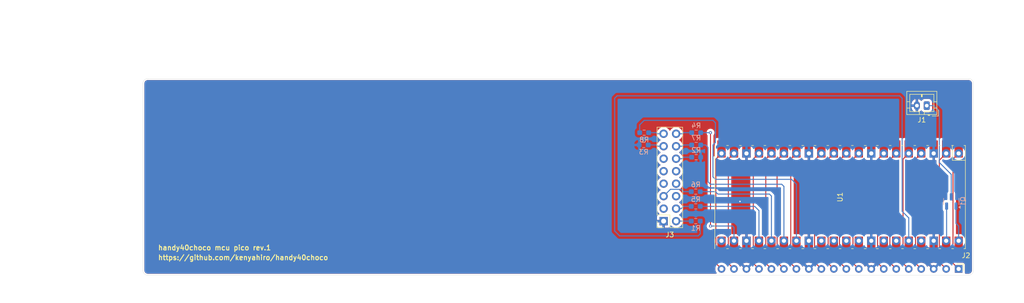
<source format=kicad_pcb>
(kicad_pcb (version 20241229) (generator "pcbnew") (generator_version "9.0")
  (layers (0 "F.Cu" signal) (2 "B.Cu" signal) (13 "F.Paste" user) (15 "B.Paste" user) (5 "F.SilkS" user "F.Silkscreen") (7 "B.SilkS" user "B.Silkscreen") (1 "F.Mask" user) (3 "B.Mask" user) (25 "Edge.Cuts" user))
  (net 0 "")
  (net 1 "/COL10")
  (net 2 "/COL11")
  (net 3 "Net-(J3-Pin_2)")
  (net 8 "/R_W")
  (net 10 "/SDO")
  (net 12 "/D_C")
  (net 13 "/CS_N")
  (net 14 "/SCK")
  (net 15 "/E_RD")
  (net 19 "GND")
  (net 20 "/ROW0")
  (net 21 "/ROW1")
  (net 22 "/ROW2")
  (net 23 "/ROW3")
  (net 24 "/VBAT")
  (net 25 "+3.3V")
  (net 28 "Net-(Q1-S)")
  (net 37 "Net-(Q1-G)")
  (net 38 "/COL0")
  (net 39 "/COL1")
  (net 40 "/COL2")
  (net 41 "/COL3")
  (net 42 "/COL4")
  (net 43 "/COL5")
  (net 44 "/COL6")
  (net 45 "/COL7")
  (net 46 "/COL8")
  (net 47 "/COL9")
  (net 50 "/RES_N")
  (net 53 "Net-(U1-GPIO17)")
  (net 54 "Net-(U1-GPIO18)")
  (net 55 "Net-(U1-GPIO19)")
  (net 56 "Net-(U1-GPIO20)")
  (net 57 "Net-(U1-GPIO21)")
  (footprint "Connector_JST:JST_PH_B2B-PH-K_1x02_P2.00mm_Vertical" (layer "F.Cu") (at 228.5 55.5 180)
    (property "Reference" "J1" (at 1 -2.9 0) (layer "F.SilkS"))
    (property "Value" "Conn_01x02")
    (fp_line (start 4.06 2.91) (end 4.06 -1.81) (stroke (width 0.12)) (layer "F.SilkS"))
    (fp_line (start 4.06 0.8) (end 3.45 0.8) (stroke (width 0.12)) (layer "F.SilkS"))
    (fp_line (start 4.06 -0.5) (end 3.45 -0.5) (stroke (width 0.12)) (layer "F.SilkS"))
    (fp_line (start 4.06 -1.81) (end -2.06 -1.81) (stroke (width 0.12)) (layer "F.SilkS"))
    (fp_line (start 3.45 2.3) (end 3.45 -1.2) (stroke (width 0.12)) (layer "F.SilkS"))
    (fp_line (start 3.45 -1.2) (end 1.5 -1.2) (stroke (width 0.12)) (layer "F.SilkS"))
    (fp_line (start 1.5 -1.2) (end 1.5 -1.81) (stroke (width 0.12)) (layer "F.SilkS"))
    (fp_line (start 1.1 1.8) (end 1.1 2.3) (stroke (width 0.12)) (layer "F.SilkS"))
    (fp_line (start 1 2.3) (end 1 1.8) (stroke (width 0.12)) (layer "F.SilkS"))
    (fp_line (start 0.9 2.3) (end 0.9 1.8) (stroke (width 0.12)) (layer "F.SilkS"))
    (fp_line (start 0.9 1.8) (end 1.1 1.8) (stroke (width 0.12)) (layer "F.SilkS"))
    (fp_line (start 0.5 -1.2) (end -1.45 -1.2) (stroke (width 0.12)) (layer "F.SilkS"))
    (fp_line (start 0.5 -1.81) (end 0.5 -1.2) (stroke (width 0.12)) (layer "F.SilkS"))
    (fp_line (start -0.3 -1.81) (end -0.3 -2.01) (stroke (width 0.12)) (layer "F.SilkS"))
    (fp_line (start -0.3 -1.91) (end -0.6 -1.91) (stroke (width 0.12)) (layer "F.SilkS"))
    (fp_line (start -0.3 -2.01) (end -0.6 -2.01) (stroke (width 0.12)) (layer "F.SilkS"))
    (fp_line (start -0.6 -2.01) (end -0.6 -1.81) (stroke (width 0.12)) (layer "F.SilkS"))
    (fp_line (start -1.11 -2.11) (end -2.36 -2.11) (stroke (width 0.12)) (layer "F.SilkS"))
    (fp_line (start -1.45 2.3) (end 3.45 2.3) (stroke (width 0.12)) (layer "F.SilkS"))
    (fp_line (start -1.45 -1.2) (end -1.45 2.3) (stroke (width 0.12)) (layer "F.SilkS"))
    (fp_line (start -2.06 2.91) (end 4.06 2.91) (stroke (width 0.12)) (layer "F.SilkS"))
    (fp_line (start -2.06 0.8) (end -1.45 0.8) (stroke (width 0.12)) (layer "F.SilkS"))
    (fp_line (start -2.06 -0.5) (end -1.45 -0.5) (stroke (width 0.12)) (layer "F.SilkS"))
    (fp_line (start -2.06 -1.81) (end -2.06 2.91) (stroke (width 0.12)) (layer "F.SilkS"))
    (fp_line (start -2.36 -2.11) (end -2.36 -0.86) (stroke (width 0.12)) (layer "F.SilkS"))
    (pad "1" thru_hole roundrect (at 0 0 180) (size 1.2 1.75) (drill 0.75) (layers "*.Cu" "*.Mask") (roundrect_rratio 0.208333) (net 24 "/VBAT"))
    (pad "2" thru_hole oval (at 2 0 180) (size 1.2 1.75) (drill 0.75) (layers "*.Cu" "*.Mask") (net 19 "GND"))
  )
  (footprint "my_pico:oled_PinSocket_2x08_P2.54mm_Vertical" (layer "F.Cu") (at 174.96 79 180)
    (property "Reference" "J3" (at -1.27 -2.77 0) (layer "F.SilkS"))
    (property "Value" "Conn_02x08_Odd_Even")
    (fp_line (start 1.33 1.27) (end 1.33 19.11) (stroke (width 0.12)) (layer "F.SilkS"))
    (fp_line (start 1.33 -1.33) (end 1.33 0) (stroke (width 0.12)) (layer "F.SilkS"))
    (fp_line (start 0 -1.33) (end 1.33 -1.33) (stroke (width 0.12)) (layer "F.SilkS"))
    (fp_line (start -1.27 1.27) (end 1.33 1.27) (stroke (width 0.12)) (layer "F.SilkS"))
    (fp_line (start -1.27 -1.33) (end -1.27 1.27) (stroke (width 0.12)) (layer "F.SilkS"))
    (fp_line (start -3.87 19.11) (end 1.33 19.11) (stroke (width 0.12)) (layer "F.SilkS"))
    (fp_line (start -3.87 -1.33) (end -1.27 -1.33) (stroke (width 0.12)) (layer "F.SilkS"))
    (fp_line (start -3.87 -1.33) (end -3.87 19.11) (stroke (width 0.12)) (layer "F.SilkS"))
    (pad "1" thru_hole rect (at 0 0 180) (size 1.7 1.7) (drill 1) (layers "*.Cu" "*.Mask") (net 19 "GND"))
    (pad "2" thru_hole oval (at -2.54 0 180) (size 1.7 1.7) (drill 1) (layers "*.Cu" "*.Mask") (net 3 "Net-(J3-Pin_2)"))
    (pad "3" thru_hole oval (at 0 2.54 180) (size 1.7 1.7) (drill 1) (layers "*.Cu" "*.Mask"))
    (pad "4" thru_hole oval (at -2.54 2.54 180) (size 1.7 1.7) (drill 1) (layers "*.Cu" "*.Mask") (net 14 "/SCK"))
    (pad "5" thru_hole oval (at 0 5.08 180) (size 1.7 1.7) (drill 1) (layers "*.Cu" "*.Mask") (net 10 "/SDO"))
    (pad "6" thru_hole oval (at -2.54 5.08 180) (size 1.7 1.7) (drill 1) (layers "*.Cu" "*.Mask"))
    (pad "7" thru_hole oval (at 0 7.62 180) (size 1.7 1.7) (drill 1) (layers "*.Cu" "*.Mask"))
    (pad "8" thru_hole oval (at -2.54 7.62 180) (size 1.7 1.7) (drill 1) (layers "*.Cu" "*.Mask"))
    (pad "9" thru_hole oval (at 0 10.16 180) (size 1.7 1.7) (drill 1) (layers "*.Cu" "*.Mask"))
    (pad "10" thru_hole oval (at -2.54 10.16 180) (size 1.7 1.7) (drill 1) (layers "*.Cu" "*.Mask"))
    (pad "11" thru_hole oval (at 0 12.7 180) (size 1.7 1.7) (drill 1) (layers "*.Cu" "*.Mask"))
    (pad "12" thru_hole oval (at -2.54 12.7 180) (size 1.7 1.7) (drill 1) (layers "*.Cu" "*.Mask") (net 15 "/E_RD"))
    (pad "13" thru_hole oval (at 0 15.24 180) (size 1.7 1.7) (drill 1) (layers "*.Cu" "*.Mask") (net 8 "/R_W"))
    (pad "14" thru_hole oval (at -2.54 15.24 180) (size 1.7 1.7) (drill 1) (layers "*.Cu" "*.Mask") (net 12 "/D_C"))
    (pad "15" thru_hole oval (at 0 17.78 180) (size 1.7 1.7) (drill 1) (layers "*.Cu" "*.Mask") (net 50 "/RES_N"))
    (pad "16" thru_hole oval (at -2.54 17.78 180) (size 1.7 1.7) (drill 1) (layers "*.Cu" "*.Mask") (net 13 "/CS_N"))
  )
  (footprint "my_keyswitch:my_PinHeader_1x20_P2.54mm_Vertical_p0.85" (layer "F.Cu") (at 235 88.73 -90)
    (property "Reference" "J2" (at -2.73 -1.5 180) (layer "F.SilkS"))
    (property "Value" "Conn_01x20")
    (fp_line (start -1 0.38) (end -1 -1) (stroke (width 0.12)) (layer "F.SilkS"))
    (fp_line (start -1 -1) (end 0.38 -1) (stroke (width 0.12)) (layer "F.SilkS"))
    (pad "1" thru_hole rect (at 0 0 270) (size 1.55 1.55) (drill 0.85) (layers "*.Cu" "*.Mask") (net 23 "/ROW3"))
    (pad "2" thru_hole circle (at 0 2.54 270) (size 1.55 1.55) (drill 0.85) (layers "*.Cu" "*.Mask") (net 22 "/ROW2"))
    (pad "3" thru_hole circle (at 0 5.08 270) (size 1.55 1.55) (drill 0.85) (layers "*.Cu" "*.Mask") (net 19 "GND"))
    (pad "4" thru_hole circle (at 0 7.62 270) (size 1.55 1.55) (drill 0.85) (layers "*.Cu" "*.Mask") (net 21 "/ROW1"))
    (pad "5" thru_hole circle (at 0 10.16 270) (size 1.55 1.55) (drill 0.85) (layers "*.Cu" "*.Mask") (net 20 "/ROW0"))
    (pad "6" thru_hole circle (at 0 12.7 270) (size 1.55 1.55) (drill 0.85) (layers "*.Cu" "*.Mask") (net 2 "/COL11"))
    (pad "7" thru_hole circle (at 0 15.24 270) (size 1.55 1.55) (drill 0.85) (layers "*.Cu" "*.Mask") (net 1 "/COL10"))
    (pad "8" thru_hole circle (at 0 17.78 270) (size 1.55 1.55) (drill 0.85) (layers "*.Cu" "*.Mask") (net 19 "GND"))
    (pad "9" thru_hole circle (at 0 20.32 270) (size 1.55 1.55) (drill 0.85) (layers "*.Cu" "*.Mask") (net 47 "/COL9"))
    (pad "10" thru_hole circle (at 0 22.86 270) (size 1.55 1.55) (drill 0.85) (layers "*.Cu" "*.Mask") (net 46 "/COL8"))
    (pad "11" thru_hole circle (at 0 25.4 270) (size 1.55 1.55) (drill 0.85) (layers "*.Cu" "*.Mask") (net 45 "/COL7"))
    (pad "12" thru_hole circle (at 0 27.94 270) (size 1.55 1.55) (drill 0.85) (layers "*.Cu" "*.Mask") (net 44 "/COL6"))
    (pad "13" thru_hole circle (at 0 30.48 270) (size 1.55 1.55) (drill 0.85) (layers "*.Cu" "*.Mask") (net 19 "GND"))
    (pad "14" thru_hole circle (at 0 33.02 270) (size 1.55 1.55) (drill 0.85) (layers "*.Cu" "*.Mask") (net 43 "/COL5"))
    (pad "15" thru_hole circle (at 0 35.56 270) (size 1.55 1.55) (drill 0.85) (layers "*.Cu" "*.Mask") (net 42 "/COL4"))
    (pad "16" thru_hole circle (at 0 38.1 270) (size 1.55 1.55) (drill 0.85) (layers "*.Cu" "*.Mask") (net 41 "/COL3"))
    (pad "17" thru_hole circle (at 0 40.64 270) (size 1.55 1.55) (drill 0.85) (layers "*.Cu" "*.Mask") (net 40 "/COL2"))
    (pad "18" thru_hole circle (at 0 43.18 270) (size 1.55 1.55) (drill 0.85) (layers "*.Cu" "*.Mask") (net 19 "GND"))
    (pad "19" thru_hole circle (at 0 45.72 270) (size 1.55 1.55) (drill 0.85) (layers "*.Cu" "*.Mask") (net 39 "/COL1"))
    (pad "20" thru_hole circle (at 0 48.26 270) (size 1.55 1.55) (drill 0.85) (layers "*.Cu" "*.Mask") (net 38 "/COL0"))
  )
  (footprint "my_pico:pico_no_dbg_smd_th_p0.85" (layer "F.Cu") (at 210.87 74.11 -90)
    (property "Reference" "U1" (at 0 0 90) (layer "F.SilkS"))
    (property "Value" "Pico")
    (fp_line (start 3.7 25.5) (end -10.5 25.5) (stroke (width 0.12)) (layer "F.SilkS"))
    (fp_line (start 10.5 25.5) (end 3.7 25.5) (stroke (width 0.12)) (layer "F.SilkS"))
    (fp_line (start -10.5 22.7) (end -10.5 23.1) (stroke (width 0.12)) (layer "F.SilkS"))
    (fp_line (start 10.5 22.7) (end 10.5 23.1) (stroke (width 0.12)) (layer "F.SilkS"))
    (fp_line (start -10.5 20.1) (end -10.5 20.5) (stroke (width 0.12)) (layer "F.SilkS"))
    (fp_line (start 10.5 20.1) (end 10.5 20.5) (stroke (width 0.12)) (layer "F.SilkS"))
    (fp_line (start -10.5 17.6) (end -10.5 18) (stroke (width 0.12)) (layer "F.SilkS"))
    (fp_line (start 10.5 17.6) (end 10.5 18) (stroke (width 0.12)) (layer "F.SilkS"))
    (fp_line (start -10.5 15.1) (end -10.5 15.5) (stroke (width 0.12)) (layer "F.SilkS"))
    (fp_line (start 10.5 15.1) (end 10.5 15.5) (stroke (width 0.12)) (layer "F.SilkS"))
    (fp_line (start -10.5 12.5) (end -10.5 12.9) (stroke (width 0.12)) (layer "F.SilkS"))
    (fp_line (start 10.5 12.5) (end 10.5 12.9) (stroke (width 0.12)) (layer "F.SilkS"))
    (fp_line (start -10.5 10) (end -10.5 10.4) (stroke (width 0.12)) (layer "F.SilkS"))
    (fp_line (start 10.5 10) (end 10.5 10.4) (stroke (width 0.12)) (layer "F.SilkS"))
    (fp_line (start -10.5 7.4) (end -10.5 7.8) (stroke (width 0.12)) (layer "F.SilkS"))
    (fp_line (start 10.5 7.4) (end 10.5 7.8) (stroke (width 0.12)) (layer "F.SilkS"))
    (fp_line (start -10.5 4.9) (end -10.5 5.3) (stroke (width 0.12)) (layer "F.SilkS"))
    (fp_line (start 10.5 4.9) (end 10.5 5.3) (stroke (width 0.12)) (layer "F.SilkS"))
    (fp_line (start -10.5 2.3) (end -10.5 2.7) (stroke (width 0.12)) (layer "F.SilkS"))
    (fp_line (start 10.5 2.3) (end 10.5 2.7) (stroke (width 0.12)) (layer "F.SilkS"))
    (fp_line (start -10.5 -0.2) (end -10.5 0.2) (stroke (width 0.12)) (layer "F.SilkS"))
    (fp_line (start 10.5 -0.2) (end 10.5 0.2) (stroke (width 0.12)) (layer "F.SilkS"))
    (fp_line (start -10.5 -2.7) (end -10.5 -2.3) (stroke (width 0.12)) (layer "F.SilkS"))
    (fp_line (start 10.5 -2.7) (end 10.5 -2.3) (stroke (width 0.12)) (layer "F.SilkS"))
    (fp_line (start -10.5 -5.3) (end -10.5 -4.9) (stroke (width 0.12)) (layer "F.SilkS"))
    (fp_line (start 10.5 -5.3) (end 10.5 -4.9) (stroke (width 0.12)) (layer "F.SilkS"))
    (fp_line (start -10.5 -7.8) (end -10.5 -7.4) (stroke (width 0.12)) (layer "F.SilkS"))
    (fp_line (start 10.5 -7.8) (end 10.5 -7.4) (stroke (width 0.12)) (layer "F.SilkS"))
    (fp_line (start -10.5 -10.4) (end -10.5 -10) (stroke (width 0.12)) (layer "F.SilkS"))
    (fp_line (start 10.5 -10.4) (end 10.5 -10) (stroke (width 0.12)) (layer "F.SilkS"))
    (fp_line (start -10.5 -12.9) (end -10.5 -12.5) (stroke (width 0.12)) (layer "F.SilkS"))
    (fp_line (start 10.5 -12.9) (end 10.5 -12.5) (stroke (width 0.12)) (layer "F.SilkS"))
    (fp_line (start -10.5 -15.4) (end -10.5 -15) (stroke (width 0.12)) (layer "F.SilkS"))
    (fp_line (start 10.5 -15.4) (end 10.5 -15) (stroke (width 0.12)) (layer "F.SilkS"))
    (fp_line (start -10.5 -18) (end -10.5 -17.6) (stroke (width 0.12)) (layer "F.SilkS"))
    (fp_line (start 10.5 -18) (end 10.5 -17.6) (stroke (width 0.12)) (layer "F.SilkS"))
    (fp_line (start -10.5 -20.5) (end -10.5 -20.1) (stroke (width 0.12)) (layer "F.SilkS"))
    (fp_line (start 10.5 -20.5) (end 10.5 -20.1) (stroke (width 0.12)) (layer "F.SilkS"))
    (fp_line (start -10.5 -22.833) (end -7.493 -22.833) (stroke (width 0.12)) (layer "F.SilkS"))
    (fp_line (start -7.493 -22.833) (end -7.493 -25.5) (stroke (width 0.12)) (layer "F.SilkS"))
    (fp_line (start -10.5 -23.1) (end -10.5 -22.7) (stroke (width 0.12)) (layer "F.SilkS"))
    (fp_line (start 10.5 -23.1) (end 10.5 -22.7) (stroke (width 0.12)) (layer "F.SilkS"))
    (fp_line (start -10.5 -25.5) (end -10.5 -25.2) (stroke (width 0.12)) (layer "F.SilkS"))
    (fp_line (start -10.5 -25.5) (end 10.5 -25.5) (stroke (width 0.12)) (layer "F.SilkS"))
    (fp_line (start 10.5 -25.5) (end 10.5 -25.2) (stroke (width 0.12)) (layer "F.SilkS"))
    (pad "1" thru_hole oval (at -8.89 -24.13 270) (size 1.7 1.7) (drill 0.85) (layers "*.Cu" "*.Mask") (net 23 "/ROW3"))
    (pad "1" smd rect (at -8.89 -24.13 270) (size 3.5 1.7) (drill (offset -0.9 0)) (layers "F.Cu" "F.Mask") (net 23 "/ROW3"))
    (pad "2" thru_hole oval (at -8.89 -21.59 270) (size 1.7 1.7) (drill 0.85) (layers "*.Cu" "*.Mask") (net 22 "/ROW2"))
    (pad "2" smd rect (at -8.89 -21.59 270) (size 3.5 1.7) (drill (offset -0.9 0)) (layers "F.Cu" "F.Mask") (net 22 "/ROW2"))
    (pad "3" thru_hole rect (at -8.89 -19.05 270) (size 1.7 1.7) (drill 0.85) (layers "*.Cu" "*.Mask") (net 19 "GND"))
    (pad "3" smd rect (at -8.89 -19.05 270) (size 3.5 1.7) (drill (offset -0.9 0)) (layers "F.Cu" "F.Mask") (net 19 "GND"))
    (pad "4" thru_hole oval (at -8.89 -16.51 270) (size 1.7 1.7) (drill 0.85) (layers "*.Cu" "*.Mask") (net 21 "/ROW1"))
    (pad "4" smd rect (at -8.89 -16.51 270) (size 3.5 1.7) (drill (offset -0.9 0)) (layers "F.Cu" "F.Mask") (net 21 "/ROW1"))
    (pad "5" thru_hole oval (at -8.89 -13.97 270) (size 1.7 1.7) (drill 0.85) (layers "*.Cu" "*.Mask") (net 20 "/ROW0"))
    (pad "5" smd rect (at -8.89 -13.97 270) (size 3.5 1.7) (drill (offset -0.9 0)) (layers "F.Cu" "F.Mask") (net 20 "/ROW0"))
    (pad "6" thru_hole oval (at -8.89 -11.43 270) (size 1.7 1.7) (drill 0.85) (layers "*.Cu" "*.Mask") (net 2 "/COL11"))
    (pad "6" smd rect (at -8.89 -11.43 270) (size 3.5 1.7) (drill (offset -0.9 0)) (layers "F.Cu" "F.Mask") (net 2 "/COL11"))
    (pad "7" thru_hole oval (at -8.89 -8.89 270) (size 1.7 1.7) (drill 0.85) (layers "*.Cu" "*.Mask") (net 1 "/COL10"))
    (pad "7" smd rect (at -8.89 -8.89 270) (size 3.5 1.7) (drill (offset -0.9 0)) (layers "F.Cu" "F.Mask") (net 1 "/COL10"))
    (pad "8" thru_hole rect (at -8.89 -6.35 270) (size 1.7 1.7) (drill 0.85) (layers "*.Cu" "*.Mask") (net 19 "GND"))
    (pad "8" smd rect (at -8.89 -6.35 270) (size 3.5 1.7) (drill (offset -0.9 0)) (layers "F.Cu" "F.Mask") (net 19 "GND"))
    (pad "9" thru_hole oval (at -8.89 -3.81 270) (size 1.7 1.7) (drill 0.85) (layers "*.Cu" "*.Mask") (net 47 "/COL9"))
    (pad "9" smd rect (at -8.89 -3.81 270) (size 3.5 1.7) (drill (offset -0.9 0)) (layers "F.Cu" "F.Mask") (net 47 "/COL9"))
    (pad "10" thru_hole oval (at -8.89 -1.27 270) (size 1.7 1.7) (drill 0.85) (layers "*.Cu" "*.Mask") (net 46 "/COL8"))
    (pad "10" smd rect (at -8.89 -1.27 270) (size 3.5 1.7) (drill (offset -0.9 0)) (layers "F.Cu" "F.Mask") (net 46 "/COL8"))
    (pad "11" thru_hole oval (at -8.89 1.27 270) (size 1.7 1.7) (drill 0.85) (layers "*.Cu" "*.Mask") (net 45 "/COL7"))
    (pad "11" smd rect (at -8.89 1.27 270) (size 3.5 1.7) (drill (offset -0.9 0)) (layers "F.Cu" "F.Mask") (net 45 "/COL7"))
    (pad "12" thru_hole oval (at -8.89 3.81 270) (size 1.7 1.7) (drill 0.85) (layers "*.Cu" "*.Mask") (net 44 "/COL6"))
    (pad "12" smd rect (at -8.89 3.81 270) (size 3.5 1.7) (drill (offset -0.9 0)) (layers "F.Cu" "F.Mask") (net 44 "/COL6"))
    (pad "13" thru_hole rect (at -8.89 6.35 270) (size 1.7 1.7) (drill 0.85) (layers "*.Cu" "*.Mask") (net 19 "GND"))
    (pad "13" smd rect (at -8.89 6.35 270) (size 3.5 1.7) (drill (offset -0.9 0)) (layers "F.Cu" "F.Mask") (net 19 "GND"))
    (pad "14" thru_hole oval (at -8.89 8.89 270) (size 1.7 1.7) (drill 0.85) (layers "*.Cu" "*.Mask") (net 43 "/COL5"))
    (pad "14" smd rect (at -8.89 8.89 270) (size 3.5 1.7) (drill (offset -0.9 0)) (layers "F.Cu" "F.Mask") (net 43 "/COL5"))
    (pad "15" thru_hole oval (at -8.89 11.43 270) (size 1.7 1.7) (drill 0.85) (layers "*.Cu" "*.Mask") (net 42 "/COL4"))
    (pad "15" smd rect (at -8.89 11.43 270) (size 3.5 1.7) (drill (offset -0.9 0)) (layers "F.Cu" "F.Mask") (net 42 "/COL4"))
    (pad "16" thru_hole oval (at -8.89 13.97 270) (size 1.7 1.7) (drill 0.85) (layers "*.Cu" "*.Mask") (net 41 "/COL3"))
    (pad "16" smd rect (at -8.89 13.97 270) (size 3.5 1.7) (drill (offset -0.9 0)) (layers "F.Cu" "F.Mask") (net 41 "/COL3"))
    (pad "17" thru_hole oval (at -8.89 16.51 270) (size 1.7 1.7) (drill 0.85) (layers "*.Cu" "*.Mask") (net 40 "/COL2"))
    (pad "17" smd rect (at -8.89 16.51 270) (size 3.5 1.7) (drill (offset -0.9 0)) (layers "F.Cu" "F.Mask") (net 40 "/COL2"))
    (pad "18" thru_hole rect (at -8.89 19.05 270) (size 1.7 1.7) (drill 0.85) (layers "*.Cu" "*.Mask") (net 19 "GND"))
    (pad "18" smd rect (at -8.89 19.05 270) (size 3.5 1.7) (drill (offset -0.9 0)) (layers "F.Cu" "F.Mask") (net 19 "GND"))
    (pad "19" thru_hole oval (at -8.89 21.59 270) (size 1.7 1.7) (drill 0.85) (layers "*.Cu" "*.Mask") (net 39 "/COL1"))
    (pad "19" smd rect (at -8.89 21.59 270) (size 3.5 1.7) (drill (offset -0.9 0)) (layers "F.Cu" "F.Mask") (net 39 "/COL1"))
    (pad "20" thru_hole oval (at -8.89 24.13 270) (size 1.7 1.7) (drill 0.85) (layers "*.Cu" "*.Mask") (net 38 "/COL0"))
    (pad "20" smd rect (at -8.89 24.13 270) (size 3.5 1.7) (drill (offset -0.9 0)) (layers "F.Cu" "F.Mask") (net 38 "/COL0"))
    (pad "21" thru_hole oval (at 8.89 24.13 270) (size 1.7 1.7) (drill 0.85) (layers "*.Cu" "*.Mask"))
    (pad "21" smd rect (at 8.89 24.13 270) (size 3.5 1.7) (drill (offset 0.9 0)) (layers "F.Cu" "F.Mask"))
    (pad "22" thru_hole oval (at 8.89 21.59 270) (size 1.7 1.7) (drill 0.85) (layers "*.Cu" "*.Mask") (net 53 "Net-(U1-GPIO17)"))
    (pad "22" smd rect (at 8.89 21.59 270) (size 3.5 1.7) (drill (offset 0.9 0)) (layers "F.Cu" "F.Mask") (net 53 "Net-(U1-GPIO17)"))
    (pad "23" thru_hole rect (at 8.89 19.05 270) (size 1.7 1.7) (drill 0.85) (layers "*.Cu" "*.Mask") (net 19 "GND"))
    (pad "23" smd rect (at 8.89 19.05 270) (size 3.5 1.7) (drill (offset 0.9 0)) (layers "F.Cu" "F.Mask") (net 19 "GND"))
    (pad "24" thru_hole oval (at 8.89 16.51 270) (size 1.7 1.7) (drill 0.85) (layers "*.Cu" "*.Mask") (net 54 "Net-(U1-GPIO18)"))
    (pad "24" smd rect (at 8.89 16.51 270) (size 3.5 1.7) (drill (offset 0.9 0)) (layers "F.Cu" "F.Mask") (net 54 "Net-(U1-GPIO18)"))
    (pad "25" thru_hole oval (at 8.89 13.97 270) (size 1.7 1.7) (drill 0.85) (layers "*.Cu" "*.Mask") (net 55 "Net-(U1-GPIO19)"))
    (pad "25" smd rect (at 8.89 13.97 270) (size 3.5 1.7) (drill (offset 0.9 0)) (layers "F.Cu" "F.Mask") (net 55 "Net-(U1-GPIO19)"))
    (pad "26" thru_hole oval (at 8.89 11.43 270) (size 1.7 1.7) (drill 0.85) (layers "*.Cu" "*.Mask") (net 56 "Net-(U1-GPIO20)"))
    (pad "26" smd rect (at 8.89 11.43 270) (size 3.5 1.7) (drill (offset 0.9 0)) (layers "F.Cu" "F.Mask") (net 56 "Net-(U1-GPIO20)"))
    (pad "27" thru_hole oval (at 8.89 8.89 270) (size 1.7 1.7) (drill 0.85) (layers "*.Cu" "*.Mask") (net 57 "Net-(U1-GPIO21)"))
    (pad "27" smd rect (at 8.89 8.89 270) (size 3.5 1.7) (drill (offset 0.9 0)) (layers "F.Cu" "F.Mask") (net 57 "Net-(U1-GPIO21)"))
    (pad "28" thru_hole rect (at 8.89 6.35 270) (size 1.7 1.7) (drill 0.85) (layers "*.Cu" "*.Mask") (net 19 "GND"))
    (pad "28" smd rect (at 8.89 6.35 270) (size 3.5 1.7) (drill (offset 0.9 0)) (layers "F.Cu" "F.Mask") (net 19 "GND"))
    (pad "29" thru_hole oval (at 8.89 3.81 270) (size 1.7 1.7) (drill 0.85) (layers "*.Cu" "*.Mask"))
    (pad "29" smd rect (at 8.89 3.81 270) (size 3.5 1.7) (drill (offset 0.9 0)) (layers "F.Cu" "F.Mask"))
    (pad "30" thru_hole oval (at 8.89 1.27 270) (size 1.7 1.7) (drill 0.85) (layers "*.Cu" "*.Mask"))
    (pad "30" smd rect (at 8.89 1.27 270) (size 3.5 1.7) (drill (offset 0.9 0)) (layers "F.Cu" "F.Mask"))
    (pad "31" thru_hole oval (at 8.89 -1.27 270) (size 1.7 1.7) (drill 0.85) (layers "*.Cu" "*.Mask"))
    (pad "31" smd rect (at 8.89 -1.27 270) (size 3.5 1.7) (drill (offset 0.9 0)) (layers "F.Cu" "F.Mask"))
    (pad "32" thru_hole oval (at 8.89 -3.81 270) (size 1.7 1.7) (drill 0.85) (layers "*.Cu" "*.Mask"))
    (pad "32" smd rect (at 8.89 -3.81 270) (size 3.5 1.7) (drill (offset 0.9 0)) (layers "F.Cu" "F.Mask"))
    (pad "33" thru_hole rect (at 8.89 -6.35 270) (size 1.7 1.7) (drill 0.85) (layers "*.Cu" "*.Mask") (net 19 "GND"))
    (pad "33" smd rect (at 8.89 -6.35 270) (size 3.5 1.7) (drill (offset 0.9 0)) (layers "F.Cu" "F.Mask") (net 19 "GND"))
    (pad "34" thru_hole oval (at 8.89 -8.89 270) (size 1.7 1.7) (drill 0.85) (layers "*.Cu" "*.Mask"))
    (pad "34" smd rect (at 8.89 -8.89 270) (size 3.5 1.7) (drill (offset 0.9 0)) (layers "F.Cu" "F.Mask"))
    (pad "35" thru_hole oval (at 8.89 -11.43 270) (size 1.7 1.7) (drill 0.85) (layers "*.Cu" "*.Mask"))
    (pad "35" smd rect (at 8.89 -11.43 270) (size 3.5 1.7) (drill (offset 0.9 0)) (layers "F.Cu" "F.Mask"))
    (pad "36" thru_hole oval (at 8.89 -13.97 270) (size 1.7 1.7) (drill 0.85) (layers "*.Cu" "*.Mask") (net 25 "+3.3V"))
    (pad "36" smd rect (at 8.89 -13.97 270) (size 3.5 1.7) (drill (offset 0.9 0)) (layers "F.Cu" "F.Mask") (net 25 "+3.3V"))
    (pad "37" thru_hole oval (at 8.89 -16.51 270) (size 1.7 1.7) (drill 0.85) (layers "*.Cu" "*.Mask"))
    (pad "37" smd rect (at 8.89 -16.51 270) (size 3.5 1.7) (drill (offset 0.9 0)) (layers "F.Cu" "F.Mask"))
    (pad "38" thru_hole rect (at 8.89 -19.05 270) (size 1.7 1.7) (drill 0.85) (layers "*.Cu" "*.Mask") (net 19 "GND"))
    (pad "38" smd rect (at 8.89 -19.05 270) (size 3.5 1.7) (drill (offset 0.9 0)) (layers "F.Cu" "F.Mask") (net 19 "GND"))
    (pad "39" thru_hole oval (at 8.89 -21.59 270) (size 1.7 1.7) (drill 0.85) (layers "*.Cu" "*.Mask") (net 28 "Net-(Q1-S)"))
    (pad "39" smd rect (at 8.89 -21.59 270) (size 3.5 1.7) (drill (offset 0.9 0)) (layers "F.Cu" "F.Mask") (net 28 "Net-(Q1-S)"))
    (pad "40" thru_hole oval (at 8.89 -24.13 270) (size 1.7 1.7) (drill 0.85) (layers "*.Cu" "*.Mask") (net 37 "Net-(Q1-G)"))
    (pad "40" smd rect (at 8.89 -24.13 270) (size 3.5 1.7) (drill (offset 0.9 0)) (layers "F.Cu" "F.Mask") (net 37 "Net-(Q1-G)"))
  )
  (footprint "Package_TO_SOT_SMD:SOT-23" (layer "B.Cu") (at 233.5 75 90)
    (property "Reference" "Q1" (at 0 2.4 90) (layer "B.SilkS") (effects (justify mirror)))
    (property "Value" "DMG2301L")
    (fp_line (start 0 -1.56) (end 0.65 -1.56) (stroke (width 0.12)) (layer "B.SilkS"))
    (fp_line (start 0 -1.56) (end -0.65 -1.56) (stroke (width 0.12)) (layer "B.SilkS"))
    (fp_line (start 0 1.56) (end 0.65 1.56) (stroke (width 0.12)) (layer "B.SilkS"))
    (fp_line (start 0 1.56) (end -0.65 1.56) (stroke (width 0.12)) (layer "B.SilkS"))
    (fp_poly (pts (xy -1.1625 1.51) (xy -1.4025 1.84) (xy -0.9225 1.84)) (stroke (width 0.12)) (fill yes) (layer "B.SilkS"))
    (pad "1" smd roundrect (at -0.9375 0.95 90) (size 1.475 0.6) (layers "B.Cu" "B.Mask" "B.Paste") (net 37 "Net-(Q1-G)"))
    (pad "2" smd roundrect (at -0.9375 -0.95 90) (size 1.475 0.6) (layers "B.Cu" "B.Mask" "B.Paste") (net 28 "Net-(Q1-S)"))
    (pad "3" smd roundrect (at 0.9375 0 90) (size 1.475 0.6) (layers "B.Cu" "B.Mask" "B.Paste") (net 24 "/VBAT"))
  )
  (footprint "Resistor_SMD:R_0603_1608Metric_Pad0.98x0.95mm_HandSolder" (layer "B.Cu") (at 181.5 79)
    (property "Reference" "R1" (at 0 1.43 0) (layer "B.SilkS") (effects (justify mirror)))
    (property "Value" "0")
    (fp_line (start -0.254724 -0.5225) (end 0.254724 -0.5225) (stroke (width 0.12)) (layer "B.SilkS"))
    (fp_line (start -0.254724 0.5225) (end 0.254724 0.5225) (stroke (width 0.12)) (layer "B.SilkS"))
    (pad "1" smd roundrect (at -0.9125 0) (size 0.975 0.95) (layers "B.Cu" "B.Mask" "B.Paste") (net 3 "Net-(J3-Pin_2)"))
    (pad "2" smd roundrect (at 0.9125 0) (size 0.975 0.95) (layers "B.Cu" "B.Mask" "B.Paste") (net 25 "+3.3V"))
  )
  (footprint "Resistor_SMD:R_0603_1608Metric_Pad0.98x0.95mm_HandSolder" (layer "B.Cu") (at 170.9125 63.5)
    (property "Reference" "R3" (at 0 1.43 0) (layer "B.SilkS") (effects (justify mirror)))
    (property "Value" "1k")
    (fp_line (start -0.254724 -0.5225) (end 0.254724 -0.5225) (stroke (width 0.12)) (layer "B.SilkS"))
    (fp_line (start -0.254724 0.5225) (end 0.254724 0.5225) (stroke (width 0.12)) (layer "B.SilkS"))
    (pad "1" smd roundrect (at -0.9125 0) (size 0.975 0.95) (layers "B.Cu" "B.Mask" "B.Paste") (net 19 "GND"))
    (pad "2" smd roundrect (at 0.9125 0) (size 0.975 0.95) (layers "B.Cu" "B.Mask" "B.Paste") (net 8 "/R_W"))
  )
  (footprint "Resistor_SMD:R_0603_1608Metric_Pad0.98x0.95mm_HandSolder" (layer "B.Cu") (at 181.5 76 180)
    (property "Reference" "R5" (at 0 1.43 0) (layer "B.SilkS") (effects (justify mirror)))
    (property "Value" "22")
    (fp_line (start -0.254724 0.5225) (end 0.254724 0.5225) (stroke (width 0.12)) (layer "B.SilkS"))
    (fp_line (start -0.254724 -0.5225) (end 0.254724 -0.5225) (stroke (width 0.12)) (layer "B.SilkS"))
    (pad "1" smd roundrect (at -0.9125 0 180) (size 0.975 0.95) (layers "B.Cu" "B.Mask" "B.Paste") (net 54 "Net-(U1-GPIO18)"))
    (pad "2" smd roundrect (at 0.9125 0 180) (size 0.975 0.95) (layers "B.Cu" "B.Mask" "B.Paste") (net 14 "/SCK"))
  )
  (footprint "Resistor_SMD:R_0603_1608Metric_Pad0.98x0.95mm_HandSolder" (layer "B.Cu") (at 181.5875 63.5 180)
    (property "Reference" "R7" (at 0 1.43 0) (layer "B.SilkS") (effects (justify mirror)))
    (property "Value" "22")
    (fp_line (start -0.254724 0.5225) (end 0.254724 0.5225) (stroke (width 0.12)) (layer "B.SilkS"))
    (fp_line (start -0.254724 -0.5225) (end 0.254724 -0.5225) (stroke (width 0.12)) (layer "B.SilkS"))
    (pad "1" smd roundrect (at -0.9125 0 180) (size 0.975 0.95) (layers "B.Cu" "B.Mask" "B.Paste") (net 56 "Net-(U1-GPIO20)"))
    (pad "2" smd roundrect (at 0.9125 0 180) (size 0.975 0.95) (layers "B.Cu" "B.Mask" "B.Paste") (net 12 "/D_C"))
  )
  (footprint "Resistor_SMD:R_0603_1608Metric_Pad0.98x0.95mm_HandSolder" (layer "B.Cu") (at 181.5875 66 180)
    (property "Reference" "R2" (at 0 1.43 0) (layer "B.SilkS") (effects (justify mirror)))
    (property "Value" "1k")
    (fp_line (start -0.254724 0.5225) (end 0.254724 0.5225) (stroke (width 0.12)) (layer "B.SilkS"))
    (fp_line (start -0.254724 -0.5225) (end 0.254724 -0.5225) (stroke (width 0.12)) (layer "B.SilkS"))
    (pad "1" smd roundrect (at -0.9125 0 180) (size 0.975 0.95) (layers "B.Cu" "B.Mask" "B.Paste") (net 19 "GND"))
    (pad "2" smd roundrect (at 0.9125 0 180) (size 0.975 0.95) (layers "B.Cu" "B.Mask" "B.Paste") (net 15 "/E_RD"))
  )
  (footprint "Resistor_SMD:R_0603_1608Metric_Pad0.98x0.95mm_HandSolder" (layer "B.Cu") (at 181.5 73 180)
    (property "Reference" "R6" (at 0 1.43 0) (layer "B.SilkS") (effects (justify mirror)))
    (property "Value" "22")
    (fp_line (start -0.254724 0.5225) (end 0.254724 0.5225) (stroke (width 0.12)) (layer "B.SilkS"))
    (fp_line (start -0.254724 -0.5225) (end 0.254724 -0.5225) (stroke (width 0.12)) (layer "B.SilkS"))
    (pad "1" smd roundrect (at -0.9125 0 180) (size 0.975 0.95) (layers "B.Cu" "B.Mask" "B.Paste") (net 55 "Net-(U1-GPIO19)"))
    (pad "2" smd roundrect (at 0.9125 0 180) (size 0.975 0.95) (layers "B.Cu" "B.Mask" "B.Paste") (net 10 "/SDO"))
  )
  (footprint "Resistor_SMD:R_0603_1608Metric_Pad0.98x0.95mm_HandSolder" (layer "B.Cu") (at 171 61)
    (property "Reference" "R8" (at 0 1.43 0) (layer "B.SilkS") (effects (justify mirror)))
    (property "Value" "22")
    (fp_line (start -0.254724 -0.5225) (end 0.254724 -0.5225) (stroke (width 0.12)) (layer "B.SilkS"))
    (fp_line (start -0.254724 0.5225) (end 0.254724 0.5225) (stroke (width 0.12)) (layer "B.SilkS"))
    (pad "1" smd roundrect (at -0.9125 0) (size 0.975 0.95) (layers "B.Cu" "B.Mask" "B.Paste") (net 57 "Net-(U1-GPIO21)"))
    (pad "2" smd roundrect (at 0.9125 0) (size 0.975 0.95) (layers "B.Cu" "B.Mask" "B.Paste") (net 50 "/RES_N"))
  )
  (footprint "Resistor_SMD:R_0603_1608Metric_Pad0.98x0.95mm_HandSolder" (layer "B.Cu") (at 181.5875 61 180)
    (property "Reference" "R4" (at 0 1.43 0) (layer "B.SilkS") (effects (justify mirror)))
    (property "Value" "22")
    (fp_line (start -0.254724 0.5225) (end 0.254724 0.5225) (stroke (width 0.12)) (layer "B.SilkS"))
    (fp_line (start -0.254724 -0.5225) (end 0.254724 -0.5225) (stroke (width 0.12)) (layer "B.SilkS"))
    (pad "1" smd roundrect (at -0.9125 0 180) (size 0.975 0.95) (layers "B.Cu" "B.Mask" "B.Paste") (net 53 "Net-(U1-GPIO17)"))
    (pad "2" smd roundrect (at 0.9125 0 180) (size 0.975 0.95) (layers "B.Cu" "B.Mask" "B.Paste") (net 13 "/CS_N"))
  )
  (gr_arc (start 69 51) (mid 69.292893 50.292893) (end 70 50) (stroke (width 0.05)) (layer "Edge.Cuts"))
  (gr_arc (start 238 89) (mid 237.707107 89.707107) (end 237 90) (stroke (width 0.05)) (layer "Edge.Cuts"))
  (gr_line (start 70 50) (end 237 50) (stroke (width 0.05)) (layer "Edge.Cuts"))
  (gr_arc (start 70 90) (mid 69.292893 89.707107) (end 69 89) (stroke (width 0.05)) (layer "Edge.Cuts"))
  (gr_arc (start 237 50) (mid 237.707107 50.292893) (end 238 51) (stroke (width 0.05)) (layer "Edge.Cuts"))
  (gr_line (start 238 51) (end 238 89) (stroke (width 0.05)) (layer "Edge.Cuts"))
  (gr_line (start 70 90) (end 237 90) (stroke (width 0.05)) (layer "Edge.Cuts"))
  (gr_line (start 69 51) (end 69 89) (stroke (width 0.05)) (layer "Edge.Cuts"))
  (gr_text "https://github.com/kenyahiro/handy40choco" (at 72 87 0) (layer "F.SilkS") (effects (font (size 1 1) (thickness 0.2) (bold yes)) (justify left bottom)))
  (gr_text "handy40choco mcu pico rev.1" (at 72 85 0) (layer "F.SilkS") (effects (font (size 1 1) (thickness 0.2) (bold yes)) (justify left bottom)))
  (segment (start 218.5 87.47) (end 219.76 88.73) (width 0.2) (layer "F.Cu") (net 1))
  (segment (start 218.5 66.48) (end 218.5 87.47) (width 0.2) (layer "F.Cu") (net 1))
  (segment (start 219.76 65.22) (end 218.5 66.48) (width 0.2) (layer "F.Cu") (net 1))
  (segment (start 221 87.43) (end 222.3 88.73) (width 0.2) (layer "F.Cu") (net 2))
  (segment (start 222.3 65.22) (end 221 66.52) (width 0.2) (layer "F.Cu") (net 2))
  (segment (start 221 66.52) (end 221 87.43) (width 0.2) (layer "F.Cu") (net 2))
  (segment (start 177.5 79) (end 180.5875 79) (width 0.2) (layer "B.Cu") (net 3))
  (segment (start 173.5 63.5) (end 171.825 63.5) (width 0.2) (layer "B.Cu") (net 8))
  (segment (start 174.96 63.76) (end 173.76 63.76) (width 0.2) (layer "B.Cu") (net 8))
  (segment (start 173.76 63.76) (end 173.5 63.5) (width 0.2) (layer "B.Cu") (net 8))
  (segment (start 178.531 72.531) (end 179 73) (width 0.2) (layer "B.Cu") (net 10))
  (segment (start 174.96 73.92) (end 176.349 72.531) (width 0.2) (layer "B.Cu") (net 10))
  (segment (start 179 73) (end 180.5875 73) (width 0.2) (layer "B.Cu") (net 10))
  (segment (start 176.349 72.531) (end 178.531 72.531) (width 0.2) (layer "B.Cu") (net 10))
  (segment (start 178.74 63.76) (end 179 63.5) (width 0.2) (layer "B.Cu") (net 12))
  (segment (start 179 63.5) (end 180.675 63.5) (width 0.2) (layer "B.Cu") (net 12))
  (segment (start 177.5 63.76) (end 178.74 63.76) (width 0.2) (layer "B.Cu") (net 12))
  (segment (start 179 61) (end 180.675 61) (width 0.2) (layer "B.Cu") (net 13))
  (segment (start 178.78 61.22) (end 179 61) (width 0.2) (layer "B.Cu") (net 13))
  (segment (start 177.5 61.22) (end 178.78 61.22) (width 0.2) (layer "B.Cu") (net 13))
  (segment (start 179 76) (end 180.5875 76) (width 0.2) (layer "B.Cu") (net 14))
  (segment (start 178.54 76.46) (end 179 76) (width 0.2) (layer "B.Cu") (net 14))
  (segment (start 177.5 76.46) (end 178.54 76.46) (width 0.2) (layer "B.Cu") (net 14))
  (segment (start 179 66) (end 180.675 66) (width 0.2) (layer "B.Cu") (net 15))
  (segment (start 178.7 66.3) (end 179 66) (width 0.2) (layer "B.Cu") (net 15))
  (segment (start 177.5 66.3) (end 178.7 66.3) (width 0.2) (layer "B.Cu") (net 15))
  (via (at 190.5 75) (size 0.6) (drill 0.3) (layers "F.Cu" "B.Cu") (net 19))
  (segment (start 223.689 87.579) (end 224.84 88.73) (width 0.2) (layer "F.Cu") (net 20))
  (segment (start 223.689 66.371) (end 223.689 87.579) (width 0.2) (layer "F.Cu") (net 20))
  (segment (start 224.84 65.22) (end 223.689 66.371) (width 0.2) (layer "F.Cu") (net 20))
  (segment (start 226.229 66.371) (end 226.229 87.579) (width 0.2) (layer "F.Cu") (net 21))
  (segment (start 227.38 65.22) (end 226.229 66.371) (width 0.2) (layer "F.Cu") (net 21))
  (segment (start 226.229 87.579) (end 227.38 88.73) (width 0.2) (layer "F.Cu") (net 21))
  (segment (start 232.46 65.22) (end 231.071 66.609) (width 0.2) (layer "F.Cu") (net 22))
  (segment (start 231.071 66.609) (end 231.071 87.341) (width 0.2) (layer "F.Cu") (net 22))
  (segment (start 231.071 87.341) (end 232.46 88.73) (width 0.2) (layer "F.Cu") (net 22))
  (segment (start 235 65.22) (end 233.849 66.371) (width 0.2) (layer "F.Cu") (net 23))
  (segment (start 233.849 87.579) (end 235 88.73) (width 0.2) (layer "F.Cu") (net 23))
  (segment (start 233.849 66.371) (end 233.849 87.579) (width 0.2) (layer "F.Cu") (net 23))
  (segment (start 228.5 55.5) (end 230 55.5) (width 0.2) (layer "B.Cu") (net 24))
  (segment (start 233.5 69.5) (end 233.5 74.0625) (width 0.2) (layer "B.Cu") (net 24))
  (segment (start 231.071 67.071) (end 233.5 69.5) (width 0.2) (layer "B.Cu") (net 24))
  (segment (start 231.071 56.571) (end 231.071 67.071) (width 0.2) (layer "B.Cu") (net 24))
  (segment (start 230 55.5) (end 231.071 56.571) (width 0.2) (layer "B.Cu") (net 24))
  (segment (start 223.5 77) (end 223.5 54) (width 0.2) (layer "B.Cu") (net 25))
  (segment (start 182.4125 81.5875) (end 182.4125 79) (width 0.2) (layer "B.Cu") (net 25))
  (segment (start 223 53.5) (end 165.5 53.5) (width 0.2) (layer "B.Cu") (net 25))
  (segment (start 224.84 83) (end 224.84 78.34) (width 0.2) (layer "B.Cu") (net 25))
  (segment (start 224.84 78.34) (end 223.5 77) (width 0.2) (layer "B.Cu") (net 25))
  (segment (start 223.5 54) (end 223 53.5) (width 0.2) (layer "B.Cu") (net 25))
  (segment (start 182 82) (end 182.4125 81.5875) (width 0.2) (layer "B.Cu") (net 25))
  (segment (start 165 81) (end 166 82) (width 0.2) (layer "B.Cu") (net 25))
  (segment (start 166 82) (end 182 82) (width 0.2) (layer "B.Cu") (net 25))
  (segment (start 165 54) (end 165 81) (width 0.2) (layer "B.Cu") (net 25))
  (segment (start 165.5 53.5) (end 165 54) (width 0.2) (layer "B.Cu") (net 25))
  (segment (start 232.55 82.91) (end 232.46 83) (width 0.2) (layer "B.Cu") (net 28))
  (segment (start 232.55 75.9375) (end 232.55 82.91) (width 0.2) (layer "B.Cu") (net 28))
  (segment (start 234.45 79.45) (end 235 80) (width 0.2) (layer "B.Cu") (net 37))
  (segment (start 235 80) (end 235 83) (width 0.2) (layer "B.Cu") (net 37))
  (segment (start 234.45 75.9375) (end 234.45 79.45) (width 0.2) (layer "B.Cu") (net 37))
  (segment (start 185.589 87.579) (end 186.74 88.73) (width 0.2) (layer "F.Cu") (net 38))
  (segment (start 185.589 66.371) (end 185.589 87.579) (width 0.2) (layer "F.Cu") (net 38))
  (segment (start 186.74 65.22) (end 185.589 66.371) (width 0.2) (layer "F.Cu") (net 38))
  (segment (start 188.129 66.371) (end 188.129 87.579) (width 0.2) (layer "F.Cu") (net 39))
  (segment (start 189.28 65.22) (end 188.129 66.371) (width 0.2) (layer "F.Cu") (net 39))
  (segment (start 188.129 87.579) (end 189.28 88.73) (width 0.2) (layer "F.Cu") (net 39))
  (segment (start 193.209 87.579) (end 194.36 88.73) (width 0.2) (layer "F.Cu") (net 40))
  (segment (start 194.36 65.22) (end 193.209 66.371) (width 0.2) (layer "F.Cu") (net 40))
  (segment (start 193.209 66.371) (end 193.209 87.579) (width 0.2) (layer "F.Cu") (net 40))
  (segment (start 196.9 65.22) (end 195.749 66.371) (width 0.2) (layer "F.Cu") (net 41))
  (segment (start 195.749 66.371) (end 195.749 87.579) (width 0.2) (layer "F.Cu") (net 41))
  (segment (start 195.749 87.579) (end 196.9 88.73) (width 0.2) (layer "F.Cu") (net 41))
  (segment (start 198.051 66.609) (end 198.051 87.341) (width 0.2) (layer "F.Cu") (net 42))
  (segment (start 199.44 65.22) (end 198.051 66.609) (width 0.2) (layer "F.Cu") (net 42))
  (segment (start 198.051 87.341) (end 199.44 88.73) (width 0.2) (layer "F.Cu") (net 42))
  (segment (start 201.98 65.22) (end 200.829 66.371) (width 0.2) (layer "F.Cu") (net 43))
  (segment (start 200.829 66.371) (end 200.829 87.579) (width 0.2) (layer "F.Cu") (net 43))
  (segment (start 200.829 87.579) (end 201.98 88.73) (width 0.2) (layer "F.Cu") (net 43))
  (segment (start 205.671 66.609) (end 205.671 87.341) (width 0.2) (layer "F.Cu") (net 44))
  (segment (start 207.06 65.22) (end 205.671 66.609) (width 0.2) (layer "F.Cu") (net 44))
  (segment (start 205.671 87.341) (end 207.06 88.73) (width 0.2) (layer "F.Cu") (net 44))
  (segment (start 209.6 65.22) (end 208.449 66.371) (width 0.2) (layer "F.Cu") (net 45))
  (segment (start 208.449 87.579) (end 209.6 88.73) (width 0.2) (layer "F.Cu") (net 45))
  (segment (start 208.449 66.371) (end 208.449 87.579) (width 0.2) (layer "F.Cu") (net 45))
  (segment (start 210.751 66.609) (end 210.751 87.341) (width 0.2) (layer "F.Cu") (net 46))
  (segment (start 210.751 87.341) (end 212.14 88.73) (width 0.2) (layer "F.Cu") (net 46))
  (segment (start 212.14 65.22) (end 210.751 66.609) (width 0.2) (layer "F.Cu") (net 46))
  (segment (start 213.5 87.55) (end 214.68 88.73) (width 0.2) (layer "F.Cu") (net 47))
  (segment (start 213.5 66.4) (end 213.5 87.55) (width 0.2) (layer "F.Cu") (net 47))
  (segment (start 214.68 65.22) (end 213.5 66.4) (width 0.2) (layer "F.Cu") (net 47))
  (segment (start 173.5 61) (end 171.9125 61) (width 0.2) (layer "B.Cu") (net 50))
  (segment (start 173.72 61.22) (end 173.5 61) (width 0.2) (layer "B.Cu") (net 50))
  (segment (start 174.96 61.22) (end 173.72 61.22) (width 0.2) (layer "B.Cu") (net 50))
  (segment (start 184.5 80) (end 184.5 61) (width 0.2) (layer "F.Cu") (net 53))
  (via (at 184.5 61) (size 0.6) (drill 0.3) (layers "F.Cu" "B.Cu") (net 53))
  (via (at 184.5 80) (size 0.6) (drill 0.3) (layers "F.Cu" "B.Cu") (net 53))
  (segment (start 189.28 80.28) (end 189 80) (width 0.2) (layer "B.Cu") (net 53))
  (segment (start 189 80) (end 184.5 80) (width 0.2) (layer "B.Cu") (net 53))
  (segment (start 189.28 83) (end 189.28 80.28) (width 0.2) (layer "B.Cu") (net 53))
  (segment (start 184.5 61) (end 182.5 61) (width 0.2) (layer "B.Cu") (net 53))
  (segment (start 193.5 76) (end 194.36 76.86) (width 0.2) (layer "B.Cu") (net 54))
  (segment (start 194.36 76.86) (end 194.36 83) (width 0.2) (layer "B.Cu") (net 54))
  (segment (start 182.4125 76) (end 193.5 76) (width 0.2) (layer "B.Cu") (net 54))
  (segment (start 196.5 73.5) (end 196.9 73.9) (width 0.2) (layer "B.Cu") (net 55))
  (segment (start 182.4125 73) (end 185.5 73) (width 0.2) (layer "B.Cu") (net 55))
  (segment (start 196.9 73.9) (end 196.9 83) (width 0.2) (layer "B.Cu") (net 55))
  (segment (start 185.5 73) (end 186 73.5) (width 0.2) (layer "B.Cu") (net 55))
  (segment (start 186 73.5) (end 196.5 73.5) (width 0.2) (layer "B.Cu") (net 55))
  (segment (start 184 64) (end 183.5 63.5) (width 0.2) (layer "B.Cu") (net 56))
  (segment (start 199.44 71.94) (end 199 71.5) (width 0.2) (layer "B.Cu") (net 56))
  (segment (start 184 71) (end 184 64) (width 0.2) (layer "B.Cu") (net 56))
  (segment (start 183.5 63.5) (end 182.5 63.5) (width 0.2) (layer "B.Cu") (net 56))
  (segment (start 199.44 83) (end 199.44 71.94) (width 0.2) (layer "B.Cu") (net 56))
  (segment (start 199 71.5) (end 184.5 71.5) (width 0.2) (layer "B.Cu") (net 56))
  (segment (start 184.5 71.5) (end 184 71) (width 0.2) (layer "B.Cu") (net 56))
  (segment (start 171 58.5) (end 185 58.5) (width 0.2) (layer "B.Cu") (net 57))
  (segment (start 201 70.5) (end 201.98 71.48) (width 0.2) (layer "B.Cu") (net 57))
  (segment (start 185 70) (end 185.5 70.5) (width 0.2) (layer "B.Cu") (net 57))
  (segment (start 201.98 71.48) (end 201.98 83) (width 0.2) (layer "B.Cu") (net 57))
  (segment (start 170.0875 59.4125) (end 171 58.5) (width 0.2) (layer "B.Cu") (net 57))
  (segment (start 185.5 70.5) (end 201 70.5) (width 0.2) (layer "B.Cu") (net 57))
  (segment (start 185.5 59) (end 185.5 63) (width 0.2) (layer "B.Cu") (net 57))
  (segment (start 185 63.5) (end 185 70) (width 0.2) (layer "B.Cu") (net 57))
  (segment (start 185.5 63) (end 185 63.5) (width 0.2) (layer "B.Cu") (net 57))
  (segment (start 185 58.5) (end 185.5 59) (width 0.2) (layer "B.Cu") (net 57))
  (segment (start 170.0875 61) (end 170.0875 59.4125) (width 0.2) (layer "B.Cu") (net 57))
  (zone (net 19) (net_name "GND") (layer "F.Cu") (connect_pads (clearance 0.5)) (min_thickness 0.25) (fill yes (thermal_gap 0.5) (thermal_bridge_width 0.5))
    (polygon (pts (xy 69 50) (xy 238 50) (xy 238 90) (xy 69 90)))
  )
  (zone (net 19) (net_name "GND") (layer "B.Cu") (priority 1) (connect_pads (clearance 0.5)) (min_thickness 0.25) (fill yes (thermal_gap 0.5) (thermal_bridge_width 0.5))
    (polygon (pts (xy 69 50) (xy 238 50) (xy 238 90) (xy 69 90)))
  )
)
</source>
